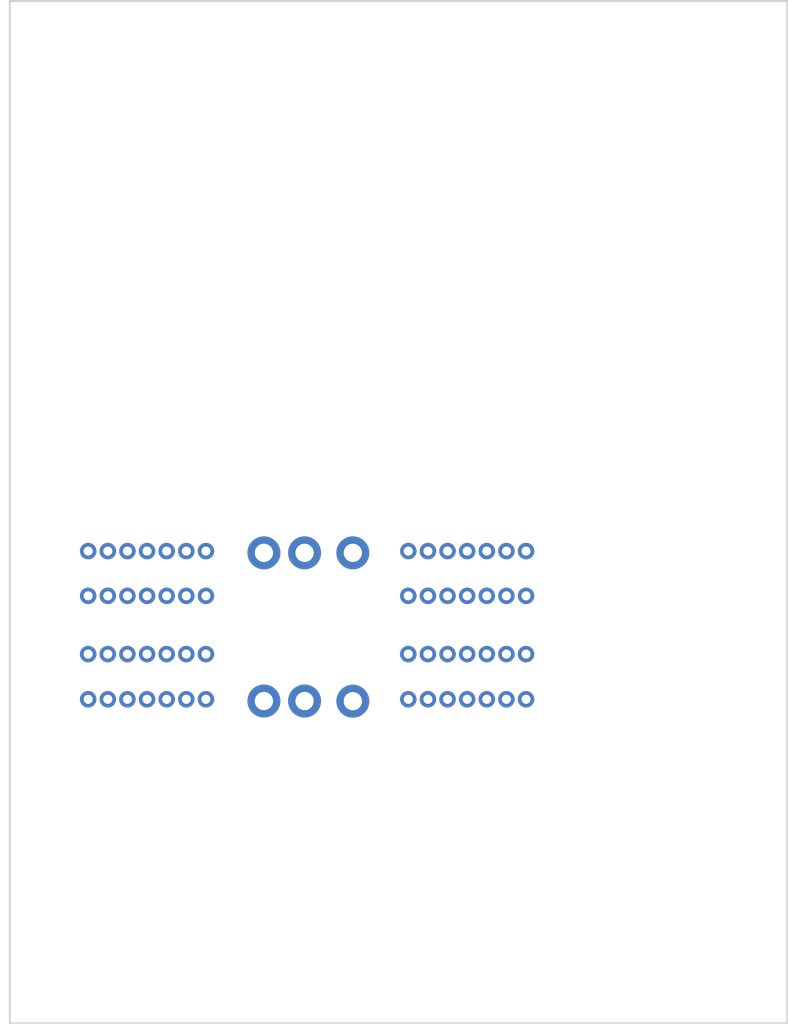
<source format=kicad_pcb>
(kicad_pcb (version 20211014) (generator pcbnew)
  (layers (0 "F.Cu" signal) (31 "B.Cu" signal) (34 "B.Paste" user) (35 "F.Paste" user) (36 "B.SilkS" user "B.Silkscreen") (37 "F.SilkS" user "F.Silkscreen") (38 "B.Mask" user) (39 "F.Mask" user) (44 "Edge.Cuts" user))
  (net 0 "")
  (net 1 "L0")
  (net 2 "Net-(CB1-Pad2)")
  (net 3 "AC")
  (net 4 "L1")
  (net 5 "L2")
  (net 6 "L3")
  (net 11 "N1")
  (net 12 "N2")
  (net 13 "N3")
  (net 14 "N4")
  (net 15 "N5")
  (net 17 "Earth_Protective")
  (net 18 "PE1")
  (net 19 "PE2")
  (net 20 "PE3")
  (net 31 "+48V")
  (net 32 "48V1")
  (net 33 "48V2")
  (net 34 "48V3")
  (net 35 "48V4")
  (net 38 "+12V")
  (net 45 "GND")
  (net 46 "gnd_48v")
  (net 52 "gnd_5v")
  (net 53 "gnd_1")
  (net 54 "gnd_2")
  (footprint "din_rail_devices:distribution_block_4_bars_04x07_scale_1to8" (layer "F.Cu") (at 70 118.75)
    (fp_text reference "DB1" hide)
    (fp_text value "~")
    (pad "1" thru_hole circle (at -3.217582 -4.1275 180) (size 0.9 0.9) (drill 0.5) (layers *.Cu *.Mask) (net 1 "L0"))
    (pad "2" thru_hole circle (at -2.144666 -4.1275 180) (size 0.9 0.9) (drill 0.5) (layers *.Cu *.Mask) (net 4 "L1"))
    (pad "3" thru_hole circle (at -1.071749 -4.1275 180) (size 0.9 0.9) (drill 0.5) (layers *.Cu *.Mask) (net 5 "L2"))
    (pad "4" thru_hole circle (at 0.001168 -4.1275 180) (size 0.9 0.9) (drill 0.5) (layers *.Cu *.Mask) (net 6 "L3"))
    (pad "5" thru_hole circle (at 1.074084 -4.1275 180) (size 0.9 0.9) (drill 0.5) (layers *.Cu *.Mask))
    (pad "6" thru_hole circle (at 2.147001 -4.1275) (size 0.9 0.9) (drill 0.5) (layers *.Cu *.Mask))
    (pad "7" thru_hole circle (at 3.219918 -4.1275) (size 0.9 0.9) (drill 0.5) (layers *.Cu *.Mask))
    (pad "8" thru_hole circle (at -3.21875 -1.68275 90) (size 0.9 0.9) (drill 0.5) (layers *.Cu *.Mask))
    (pad "9" thru_hole circle (at -2.145833 -1.68275) (size 0.9 0.9) (drill 0.5) (layers *.Cu *.Mask) (net 11 "N1"))
    (pad "10" thru_hole circle (at -1.072916 -1.68275) (size 0.9 0.9) (drill 0.5) (layers *.Cu *.Mask) (net 12 "N2"))
    (pad "11" thru_hole circle (at 0 -1.68275) (size 0.9 0.9) (drill 0.5) (layers *.Cu *.Mask) (net 13 "N3"))
    (pad "12" thru_hole circle (at 1.072917 -1.68275 180) (size 0.9 0.9) (drill 0.5) (layers *.Cu *.Mask) (net 14 "N4"))
    (pad "13" thru_hole circle (at 2.145833 -1.68275 180) (size 0.9 0.9) (drill 0.5) (layers *.Cu *.Mask) (net 15 "N5"))
    (pad "14" thru_hole circle (at 3.21875 -1.68275 180) (size 0.9 0.9) (drill 0.5) (layers *.Cu *.Mask))
    (pad "15" thru_hole circle (at -3.218751 1.5 180) (size 0.9 0.9) (drill 0.5) (layers *.Cu *.Mask) (net 17 "Earth_Protective"))
    (pad "16" thru_hole circle (at -2.145835 1.5 180) (size 0.9 0.9) (drill 0.5) (layers *.Cu *.Mask) (net 18 "PE1"))
    (pad "17" thru_hole circle (at -1.072918 1.5) (size 0.9 0.9) (drill 0.5) (layers *.Cu *.Mask) (net 19 "PE2"))
    (pad "18" thru_hole circle (at -0.000001 1.5) (size 0.9 0.9) (drill 0.5) (layers *.Cu *.Mask) (net 20 "PE3"))
    (pad "19" thru_hole circle (at 1.072915 1.5) (size 0.9 0.9) (drill 0.5) (layers *.Cu *.Mask))
    (pad "20" thru_hole circle (at 2.145832 1.5) (size 0.9 0.9) (drill 0.5) (layers *.Cu *.Mask))
    (pad "21" thru_hole circle (at 3.218749 1.5) (size 0.9 0.9) (drill 0.5) (layers *.Cu *.Mask))
    (pad "22" thru_hole circle (at -3.218749 3.96875) (size 0.9 0.9) (drill 0.5) (layers *.Cu *.Mask))
    (pad "23" thru_hole circle (at -2.145829 3.96875 180) (size 0.9 0.9) (drill 0.5) (layers *.Cu *.Mask))
    (pad "24" thru_hole circle (at -1.072913 3.96875 180) (size 0.9 0.9) (drill 0.5) (layers *.Cu *.Mask))
    (pad "25" thru_hole circle (at 0.000004 3.96875 180) (size 0.9 0.9) (drill 0.5) (layers *.Cu *.Mask))
    (pad "26" thru_hole circle (at 1.072921 3.96875 180) (size 0.9 0.9) (drill 0.5) (layers *.Cu *.Mask))
    (pad "27" thru_hole circle (at 2.145837 3.96875 180) (size 0.9 0.9) (drill 0.5) (layers *.Cu *.Mask))
    (pad "28" thru_hole circle (at 3.218754 3.96875) (size 0.9 0.9) (drill 0.5) (layers *.Cu *.Mask))
  )
  (footprint "din_rail_devices:interruptor_1p_scale_1to8" (layer "F.Cu") (at 81.25 118.75)
    (fp_text reference "CB1" hide)
    (fp_text value "CircuitBreaker_1P")
    (pad "1" thru_hole circle (at 0 -4.03225) (size 1.8 1.8) (drill 1) (layers *.Cu *.Mask) (net 1 "L0"))
    (pad "2" thru_hole circle (at 0 4.073583) (size 1.8 1.8) (drill 1) (layers *.Cu *.Mask) (net 2 "Net-(CB1-Pad2)"))
  )
  (footprint "din_rail_devices:interruptor_2p_scale_1to8" (layer "F.Cu") (at 77.5 118.75)
    (fp_text reference "CB2" hide)
    (fp_text value "differential_2P")
    (pad "1" thru_hole circle (at -1.11125 -4.03225) (size 1.8 1.8) (drill 1) (layers *.Cu *.Mask) (net 2 "Net-(CB1-Pad2)"))
    (pad "2" thru_hole circle (at -1.11125 4.064) (size 1.8 1.8) (drill 1) (layers *.Cu *.Mask) (net 3 "AC"))
    (pad "3" thru_hole circle (at 1.11125 -4.03225) (size 1.8 1.8) (drill 1) (layers *.Cu *.Mask))
    (pad "4" thru_hole circle (at 1.11125 4.064) (size 1.8 1.8) (drill 1) (layers *.Cu *.Mask))
  )
  (footprint "din_rail_devices:gabinete_500x400" (layer "F.Cu") (at 83.75 112.5)
    (fp_text reference "REF**" hide)
    (fp_text value "gabinete_500x400" hide)
    (fp_rect (start -21.25 -27.929688) (end 21.25 27.929688) (layer "Edge.Cuts") (width 0.12) (fill none))
  )
  (footprint "din_rail_devices:distribution_block_4_bars_04x07_scale_1to8" (layer "F.Cu") (at 87.5 118.75)
    (fp_text reference "DB2" hide)
    (fp_text value "~")
    (pad "1" thru_hole circle (at -3.217582 -4.1275 180) (size 0.9 0.9) (drill 0.5) (layers *.Cu *.Mask) (net 31 "+48V"))
    (pad "2" thru_hole circle (at -2.144666 -4.1275 180) (size 0.9 0.9) (drill 0.5) (layers *.Cu *.Mask) (net 32 "48V1"))
    (pad "3" thru_hole circle (at -1.071749 -4.1275 180) (size 0.9 0.9) (drill 0.5) (layers *.Cu *.Mask) (net 33 "48V2"))
    (pad "4" thru_hole circle (at 0.001168 -4.1275 180) (size 0.9 0.9) (drill 0.5) (layers *.Cu *.Mask) (net 34 "48V3"))
    (pad "5" thru_hole circle (at 1.074084 -4.1275 180) (size 0.9 0.9) (drill 0.5) (layers *.Cu *.Mask) (net 35 "48V4"))
    (pad "6" thru_hole circle (at 2.147001 -4.1275) (size 0.9 0.9) (drill 0.5) (layers *.Cu *.Mask))
    (pad "7" thru_hole circle (at 3.219918 -4.1275) (size 0.9 0.9) (drill 0.5) (layers *.Cu *.Mask))
    (pad "8" thru_hole circle (at -3.21875 -1.68275 90) (size 0.9 0.9) (drill 0.5) (layers *.Cu *.Mask) (net 38 "+12V"))
    (pad "9" thru_hole circle (at -2.145833 -1.68275) (size 0.9 0.9) (drill 0.5) (layers *.Cu *.Mask))
    (pad "10" thru_hole circle (at -1.072916 -1.68275) (size 0.9 0.9) (drill 0.5) (layers *.Cu *.Mask))
    (pad "11" thru_hole circle (at 0 -1.68275) (size 0.9 0.9) (drill 0.5) (layers *.Cu *.Mask))
    (pad "12" thru_hole circle (at 1.072917 -1.68275 180) (size 0.9 0.9) (drill 0.5) (layers *.Cu *.Mask))
    (pad "13" thru_hole circle (at 2.145833 -1.68275 180) (size 0.9 0.9) (drill 0.5) (layers *.Cu *.Mask))
    (pad "14" thru_hole circle (at 3.21875 -1.68275 180) (size 0.9 0.9) (drill 0.5) (layers *.Cu *.Mask))
    (pad "15" thru_hole circle (at -3.218751 1.5 180) (size 0.9 0.9) (drill 0.5) (layers *.Cu *.Mask) (net 45 "GND"))
    (pad "16" thru_hole circle (at -2.145835 1.5 180) (size 0.9 0.9) (drill 0.5) (layers *.Cu *.Mask) (net 46 "gnd_48v"))
    (pad "17" thru_hole circle (at -1.072918 1.5) (size 0.9 0.9) (drill 0.5) (layers *.Cu *.Mask))
    (pad "18" thru_hole circle (at -0.000001 1.5) (size 0.9 0.9) (drill 0.5) (layers *.Cu *.Mask))
    (pad "19" thru_hole circle (at 1.072915 1.5) (size 0.9 0.9) (drill 0.5) (layers *.Cu *.Mask))
    (pad "20" thru_hole circle (at 2.145832 1.5) (size 0.9 0.9) (drill 0.5) (layers *.Cu *.Mask))
    (pad "21" thru_hole circle (at 3.218749 1.5) (size 0.9 0.9) (drill 0.5) (layers *.Cu *.Mask))
    (pad "22" thru_hole circle (at -3.218749 3.96875) (size 0.9 0.9) (drill 0.5) (layers *.Cu *.Mask) (net 45 "GND"))
    (pad "23" thru_hole circle (at -2.145829 3.96875 180) (size 0.9 0.9) (drill 0.5) (layers *.Cu *.Mask) (net 52 "gnd_5v"))
    (pad "24" thru_hole circle (at -1.072913 3.96875 180) (size 0.9 0.9) (drill 0.5) (layers *.Cu *.Mask) (net 53 "gnd_1"))
    (pad "25" thru_hole circle (at 0.000004 3.96875 180) (size 0.9 0.9) (drill 0.5) (layers *.Cu *.Mask) (net 54 "gnd_2"))
    (pad "26" thru_hole circle (at 1.072921 3.96875 180) (size 0.9 0.9) (drill 0.5) (layers *.Cu *.Mask))
    (pad "27" thru_hole circle (at 2.145837 3.96875 180) (size 0.9 0.9) (drill 0.5) (layers *.Cu *.Mask))
    (pad "28" thru_hole circle (at 3.218754 3.96875) (size 0.9 0.9) (drill 0.5) (layers *.Cu *.Mask))
  )
)
</source>
